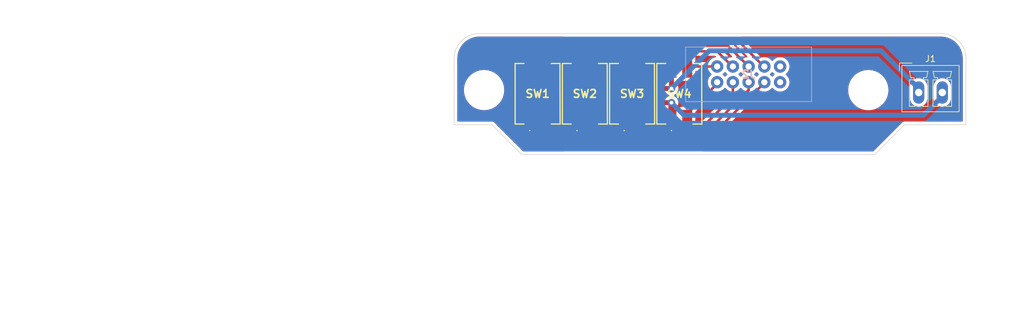
<source format=kicad_pcb>
(kicad_pcb (version 20211014) (generator pcbnew)
  (layers (0 "F.Cu" signal) (31 "B.Cu" signal) (34 "B.Paste" user) (35 "F.Paste" user) (36 "B.SilkS" user "B.Silkscreen") (37 "F.SilkS" user "F.Silkscreen") (38 "B.Mask" user) (39 "F.Mask" user) (44 "Edge.Cuts" user))
  (net 0 "")
  (net 1 "Net-(J2-Pad5)")
  (net 2 "Net-(J2-Pad7)")
  (net 5 "Net-(SW1-Pad1)")
  (net 6 "Net-(SW1-Pad4)")
  (net 7 "Net-(J2-Pad1)")
  (net 8 "Net-(J2-Pad2)")
  (net 9 "Net-(J2-Pad3)")
  (net 10 "Net-(J2-Pad4)")
  (net 11 "Net-(J2-Pad6)")
  (net 12 "Net-(J2-Pad8)")
  (footprint "MountingHole:MountingHole_3.5mm" (layer "F.Cu") (at 134.874 88.95975)
    (fp_text reference "REF**" hide)
    (fp_text value "MountingHole_3.5mm")
    (pad "" np_thru_hole circle (at 0 0) (size 0.001 0.001) (drill 3.5) (layers F&B.Cu *.Mask))
  )
  (footprint "Connector_Phoenix_MC:PhoenixContact_MCV_1,5_2-G-3.81_1x02_P3.81mm_Vertical" (layer "F.Cu") (at 204.978 89.34825)
    (fp_text reference "J1" (at 1.9 -5.45) (layer "F.SilkS"))
    (fp_text value "Conn_01x02")
    (fp_line (start 6.52 -4.36) (end -2.71 -4.36) (layer "F.SilkS") (width 0.12))
    (fp_line (start 2.31 2.25) (end 2.31 -2.05) (layer "F.SilkS") (width 0.12))
    (fp_line (start 1.5 2.25) (end 0.75 2.25) (layer "F.SilkS") (width 0.12))
    (fp_line (start 5.06 -2.4) (end 4.56 -2.4) (layer "F.SilkS") (width 0.12))
    (fp_line (start 0.75 -2.05) (end 1.5 -2.05) (layer "F.SilkS") (width 0.12))
    (fp_line (start -1.25 -2.4) (end -1.5 -3.4) (layer "F.SilkS") (width 0.12))
    (fp_line (start -2.71 3.11) (end 6.52 3.11) (layer "F.SilkS") (width 0.12))
    (fp_line (start -0.75 -2.05) (end -0.75 -2.4) (layer "F.SilkS") (width 0.12))
    (fp_line (start 5.31 2.25) (end 4.56 2.25) (layer "F.SilkS") (width 0.12))
    (fp_line (start -0.75 -2.4) (end -1.25 -2.4) (layer "F.SilkS") (width 0.12))
    (fp_line (start 5.31 -3.4) (end 5.06 -2.4) (layer "F.SilkS") (width 0.12))
    (fp_line (start 6.52 3.11) (end 6.52 -4.36) (layer "F.SilkS") (width 0.12))
    (fp_line (start 4.56 -2.05) (end 5.31 -2.05) (layer "F.SilkS") (width 0.12))
    (fp_line (start 3.06 -2.05) (end 3.06 -2.4) (layer "F.SilkS") (width 0.12))
    (fp_line (start -2.71 -4.36) (end -2.71 3.11) (layer "F.SilkS") (width 0.12))
    (fp_line (start 3.06 2.25) (end 2.31 2.25) (layer "F.SilkS") (width 0.12))
    (fp_line (start -3.1 -4.75) (end -1.1 -4.75) (layer "F.SilkS") (width 0.12))
    (fp_line (start -0.75 2.25) (end -1.5 2.25) (layer "F.SilkS") (width 0.12))
    (fp_line (start -1.5 -3.4) (end 1.5 -3.4) (layer "F.SilkS") (width 0.12))
    (fp_line (start -3.1 -3.5) (end -3.1 -4.75) (layer "F.SilkS") (width 0.12))
    (fp_line (start 2.31 -3.4) (end 5.31 -3.4) (layer "F.SilkS") (width 0.12))
    (fp_line (start 3.06 -2.4) (end 2.56 -2.4) (layer "F.SilkS") (width 0.12))
    (fp_line (start 1.5 -3.4) (end 1.25 -2.4) (layer "F.SilkS") (width 0.12))
    (fp_line (start 4.56 -2.4) (end 4.56 -2.05) (layer "F.SilkS") (width 0.12))
    (fp_line (start 1.5 -2.05) (end 1.5 2.25) (layer "F.SilkS") (width 0.12))
    (fp_line (start 0.75 -2.4) (end 0.75 -2.05) (layer "F.SilkS") (width 0.12))
    (fp_line (start -1.5 2.25) (end -1.5 -2.05) (layer "F.SilkS") (width 0.12))
    (fp_line (start -1.5 -2.05) (end -0.75 -2.05) (layer "F.SilkS") (width 0.12))
    (fp_line (start 2.56 -2.4) (end 2.31 -3.4) (layer "F.SilkS") (width 0.12))
    (fp_line (start 5.31 -2.05) (end 5.31 2.25) (layer "F.SilkS") (width 0.12))
    (fp_line (start 1.25 -2.4) (end 0.75 -2.4) (layer "F.SilkS") (width 0.12))
    (fp_line (start 2.31 -2.05) (end 3.06 -2.05) (layer "F.SilkS") (width 0.12))
    (fp_arc (start -0.75 2.25) (mid -0.000193 2.09191) (end 0.749647 2.249844) (layer "F.SilkS") (width 0.12))
    (fp_arc (start 3.06 2.25) (mid 3.809807 2.09191) (end 4.559647 2.249844) (layer "F.SilkS") (width 0.12))
    (pad "1" thru_hole oval (at 0 0) (size 1.8 3.6) (drill 1.2) (layers *.Cu *.Mask) (net 6 "Net-(SW1-Pad4)"))
    (pad "2" thru_hole oval (at 3.81 0) (size 1.8 3.6) (drill 1.2) (layers *.Cu *.Mask) (net 5 "Net-(SW1-Pad1)"))
  )
  (footprint "qds-cv-bypass:204211STR" (layer "F.Cu") (at 166.37 89.55425)
    (fp_text reference "SW4" (at 0 0) (layer "F.SilkS") (effects (font (size 1.27 1.27) (thickness 0.254))))
    (fp_text value "SW_DPST" hide)
    (fp_line (start 2.2 -4.89) (end 3.6 -4.89) (layer "F.SilkS") (width 0.2))
    (fp_line (start -3.63 4.89) (end -3.63 -4.89) (layer "F.SilkS") (width 0.2))
    (fp_line (start 3.63 4.89) (end 2.2 4.89) (layer "F.SilkS") (width 0.2))
    (fp_line (start -1.27 5.9) (end -1.27 5.9) (layer "F.SilkS") (width 0.1))
    (fp_line (start -3.63 -4.89) (end -2.2 -4.89) (layer "F.SilkS") (width 0.2))
    (fp_line (start -1.27 6) (end -1.27 6) (layer "F.SilkS") (width 0.1))
    (fp_line (start 3.6 -4.89) (end 3.63 4.89) (layer "F.SilkS") (width 0.2))
    (fp_line (start -2.2 4.89) (end -3.63 4.89) (layer "F.SilkS") (width 0.2))
    (fp_arc (start -1.27 5.9) (mid -1.22 5.95) (end -1.27 6) (layer "F.SilkS") (width 0.1))
    (fp_arc (start -1.27 6) (mid -1.32 5.95) (end -1.27 5.9) (layer "F.SilkS") (width 0.1))
    (pad "1" smd rect (at -1.27 4.3) (size 1.6 3.4) (layers "F.Cu" "F.Paste" "F.Mask") (net 5 "Net-(SW1-Pad1)"))
    (pad "2" smd rect (at 1.27 4.3) (size 1.6 3.4) (layers "F.Cu" "F.Paste" "F.Mask") (net 8 "Net-(J2-Pad2)"))
    (pad "3" smd rect (at 1.27 -4.3) (size 1.6 3.4) (layers "F.Cu" "F.Paste" "F.Mask") (net 7 "Net-(J2-Pad1)"))
    (pad "4" smd rect (at -1.27 -4.3) (size 1.6 3.4) (layers "F.Cu" "F.Paste" "F.Mask") (net 6 "Net-(SW1-Pad4)"))
  )
  (footprint "qds-cv-bypass:204211STR" (layer "F.Cu") (at 158.75 89.55425)
    (fp_text reference "SW3" (at 0 0) (layer "F.SilkS") (effects (font (size 1.27 1.27) (thickness 0.254))))
    (fp_text value "SW_DPST" hide)
    (fp_line (start 2.2 -4.89) (end 3.6 -4.89) (layer "F.SilkS") (width 0.2))
    (fp_line (start -1.27 6) (end -1.27 6) (layer "F.SilkS") (width 0.1))
    (fp_line (start -3.63 4.89) (end -3.63 -4.89) (layer "F.SilkS") (width 0.2))
    (fp_line (start -3.63 -4.89) (end -2.2 -4.89) (layer "F.SilkS") (width 0.2))
    (fp_line (start 3.63 4.89) (end 2.2 4.89) (layer "F.SilkS") (width 0.2))
    (fp_line (start -1.27 5.9) (end -1.27 5.9) (layer "F.SilkS") (width 0.1))
    (fp_line (start 3.6 -4.89) (end 3.63 4.89) (layer "F.SilkS") (width 0.2))
    (fp_line (start -2.2 4.89) (end -3.63 4.89) (layer "F.SilkS") (width 0.2))
    (fp_arc (start -1.27 5.9) (mid -1.22 5.95) (end -1.27 6) (layer "F.SilkS") (width 0.1))
    (fp_arc (start -1.27 6) (mid -1.32 5.95) (end -1.27 5.9) (layer "F.SilkS") (width 0.1))
    (pad "1" smd rect (at -1.27 4.3) (size 1.6 3.4) (layers "F.Cu" "F.Paste" "F.Mask") (net 5 "Net-(SW1-Pad1)"))
    (pad "2" smd rect (at 1.27 4.3) (size 1.6 3.4) (layers "F.Cu" "F.Paste" "F.Mask") (net 10 "Net-(J2-Pad4)"))
    (pad "3" smd rect (at 1.27 -4.3) (size 1.6 3.4) (layers "F.Cu" "F.Paste" "F.Mask") (net 9 "Net-(J2-Pad3)"))
    (pad "4" smd rect (at -1.27 -4.3) (size 1.6 3.4) (layers "F.Cu" "F.Paste" "F.Mask") (net 6 "Net-(SW1-Pad4)"))
  )
  (footprint "qds-cv-bypass:204211STR" (layer "F.Cu") (at 143.51 89.55425)
    (fp_text reference "SW1" (at 0 0) (layer "F.SilkS") (effects (font (size 1.27 1.27) (thickness 0.254))))
    (fp_text value "SW_DPST" hide)
    (fp_line (start -3.63 -4.89) (end -2.2 -4.89) (layer "F.SilkS") (width 0.2))
    (fp_line (start -1.27 5.9) (end -1.27 5.9) (layer "F.SilkS") (width 0.1))
    (fp_line (start -1.27 6) (end -1.27 6) (layer "F.SilkS") (width 0.1))
    (fp_line (start 2.2 -4.89) (end 3.6 -4.89) (layer "F.SilkS") (width 0.2))
    (fp_line (start 3.6 -4.89) (end 3.63 4.89) (layer "F.SilkS") (width 0.2))
    (fp_line (start -3.63 4.89) (end -3.63 -4.89) (layer "F.SilkS") (width 0.2))
    (fp_line (start -2.2 4.89) (end -3.63 4.89) (layer "F.SilkS") (width 0.2))
    (fp_line (start 3.63 4.89) (end 2.2 4.89) (layer "F.SilkS") (width 0.2))
    (fp_arc (start -1.27 6) (mid -1.32 5.95) (end -1.27 5.9) (layer "F.SilkS") (width 0.1))
    (fp_arc (start -1.27 5.9) (mid -1.22 5.95) (end -1.27 6) (layer "F.SilkS") (width 0.1))
    (pad "1" smd rect (at -1.27 4.3) (size 1.6 3.4) (layers "F.Cu" "F.Paste" "F.Mask") (net 5 "Net-(SW1-Pad1)"))
    (pad "2" smd rect (at 1.27 4.3) (size 1.6 3.4) (layers "F.Cu" "F.Paste" "F.Mask") (net 12 "Net-(J2-Pad8)"))
    (pad "3" smd rect (at 1.27 -4.3) (size 1.6 3.4) (layers "F.Cu" "F.Paste" "F.Mask") (net 2 "Net-(J2-Pad7)"))
    (pad "4" smd rect (at -1.27 -4.3) (size 1.6 3.4) (layers "F.Cu" "F.Paste" "F.Mask") (net 6 "Net-(SW1-Pad4)"))
  )
  (footprint "qds-cv-bypass:204211STR" (layer "F.Cu") (at 151.13 89.55425)
    (fp_text reference "SW2" (at 0 0) (layer "F.SilkS") (effects (font (size 1.27 1.27) (thickness 0.254))))
    (fp_text value "SW_DPST" hide)
    (fp_line (start -3.63 4.89) (end -3.63 -4.89) (layer "F.SilkS") (width 0.2))
    (fp_line (start -3.63 -4.89) (end -2.2 -4.89) (layer "F.SilkS") (width 0.2))
    (fp_line (start 3.63 4.89) (end 2.2 4.89) (layer "F.SilkS") (width 0.2))
    (fp_line (start -2.2 4.89) (end -3.63 4.89) (layer "F.SilkS") (width 0.2))
    (fp_line (start -1.27 5.9) (end -1.27 5.9) (layer "F.SilkS") (width 0.1))
    (fp_line (start 3.6 -4.89) (end 3.63 4.89) (layer "F.SilkS") (width 0.2))
    (fp_line (start -1.27 6) (end -1.27 6) (layer "F.SilkS") (width 0.1))
    (fp_line (start 2.2 -4.89) (end 3.6 -4.89) (layer "F.SilkS") (width 0.2))
    (fp_arc (start -1.27 5.9) (mid -1.22 5.95) (end -1.27 6) (layer "F.SilkS") (width 0.1))
    (fp_arc (start -1.27 6) (mid -1.32 5.95) (end -1.27 5.9) (layer "F.SilkS") (width 0.1))
    (pad "1" smd rect (at -1.27 4.3) (size 1.6 3.4) (layers "F.Cu" "F.Paste" "F.Mask") (net 5 "Net-(SW1-Pad1)"))
    (pad "2" smd rect (at 1.27 4.3) (size 1.6 3.4) (layers "F.Cu" "F.Paste" "F.Mask") (net 11 "Net-(J2-Pad6)"))
    (pad "3" smd rect (at 1.27 -4.3) (size 1.6 3.4) (layers "F.Cu" "F.Paste" "F.Mask") (net 1 "Net-(J2-Pad5)"))
    (pad "4" smd rect (at -1.27 -4.3) (size 1.6 3.4) (layers "F.Cu" "F.Paste" "F.Mask") (net 6 "Net-(SW1-Pad4)"))
  )
  (footprint "MountingHole:MountingHole_3.5mm" (layer "F.Cu") (at 196.85 88.95975)
    (fp_text reference "REF**" hide)
    (fp_text value "MountingHole_3.5mm")
    (pad "" np_thru_hole circle (at 0 0) (size 0.001 0.001) (drill 3.5) (layers F&B.Cu *.Mask))
  )
  (footprint "qds-cv-bypass:SBH11PBPCD05STBK" (layer "B.Cu") (at 172.466 85.14975)
    (fp_text reference "J2" (at 5.08 1.27) (layer "B.SilkS") (effects (font (size 1.27 1.27) (thickness 0.254)) (justify mirror)))
    (fp_text value "Conn_02x05_Odd_Even" hide)
    (fp_line (start 15.24 -3.13) (end -5.08 -3.13) (layer "B.SilkS") (width 0.1))
    (fp_line (start 15.24 5.67) (end 15.24 -3.13) (layer "B.SilkS") (width 0.1))
    (fp_line (start -5.08 5.67) (end 15.24 5.67) (layer "B.SilkS") (width 0.1))
    (fp_line (start -5.08 -3.13) (end -5.08 5.67) (layer "B.SilkS") (width 0.1))
    (pad "1" thru_hole circle (at 0 0) (size 2 2) (drill 1) (layers *.Cu *.Mask) (net 7 "Net-(J2-Pad1)"))
    (pad "2" thru_hole circle (at 0 2.54) (size 2 2) (drill 1) (layers *.Cu *.Mask) (net 8 "Net-(J2-Pad2)"))
    (pad "3" thru_hole circle (at 2.54 0) (size 2 2) (drill 1) (layers *.Cu *.Mask) (net 9 "Net-(J2-Pad3)"))
    (pad "4" thru_hole circle (at 2.54 2.54) (size 2 2) (drill 1) (layers *.Cu *.Mask) (net 10 "Net-(J2-Pad4)"))
    (pad "5" thru_hole circle (at 5.08 0) (size 2 2) (drill 1) (layers *.Cu *.Mask) (net 1 "Net-(J2-Pad5)"))
    (pad "6" thru_hole circle (at 5.08 2.54) (size 2 2) (drill 1) (layers *.Cu *.Mask) (net 11 "Net-(J2-Pad6)"))
    (pad "7" thru_hole circle (at 7.62 0) (size 2 2) (drill 1) (layers *.Cu *.Mask) (net 2 "Net-(J2-Pad7)"))
    (pad "8" thru_hole circle (at 7.62 2.54) (size 2 2) (drill 1) (layers *.Cu *.Mask) (net 12 "Net-(J2-Pad8)"))
    (pad "9" thru_hole circle (at 10.16 0) (size 2 2) (drill 1) (layers *.Cu *.Mask))
    (pad "10" thru_hole circle (at 10.16 2.54) (size 2 2) (drill 1) (layers *.Cu *.Mask))
  )
  (gr_arc (start 130.048 83.87975) (mid 131.238318 81.006068) (end 134.112 79.81575) (layer "Edge.Cuts") (width 0.1))
  (gr_line (start 140.97 99.37375) (end 136.144 94.54775) (layer "Edge.Cuts") (width 0.1))
  (gr_line (start 130.048 83.87975) (end 130.048 94.54775) (layer "Edge.Cuts") (width 0.1))
  (gr_line (start 212.598 94.54775) (end 212.598 83.87975) (layer "Edge.Cuts") (width 0.1))
  (gr_line (start 212.598 94.54775) (end 202.692 94.54775) (layer "Edge.Cuts") (width 0.1))
  (gr_line (start 208.534 79.81575) (end 134.112 79.81575) (layer "Edge.Cuts") (width 0.1))
  (gr_line (start 202.692 94.54775) (end 197.866 99.37375) (layer "Edge.Cuts") (width 0.1))
  (gr_line (start 136.144 94.54775) (end 130.048 94.54775) (layer "Edge.Cuts") (width 0.1))
  (gr_line (start 197.866 99.37375) (end 140.97 99.37375) (layer "Edge.Cuts") (width 0.1))
  (gr_arc (start 208.534 79.81575) (mid 211.407682 81.006068) (end 212.598 83.87975) (layer "Edge.Cuts") (width 0.1))
  (segment (start 152.4 85.25425) (end 152.4 84.38775) (width 0.4) (layer "F.Cu") (net 1))
  (segment (start 154.9915 81.79625) (end 174.1925 81.79625) (width 0.4) (layer "F.Cu") (net 1))
  (segment (start 174.1925 81.79625) (end 177.546 85.14975) (width 0.4) (layer "F.Cu") (net 1))
  (segment (start 177.546 85.14975) (end 177.546 85.23625) (width 0.4) (layer "F.Cu") (net 1))
  (segment (start 152.4 84.38775) (end 154.9915 81.79625) (width 0.4) (layer "F.Cu") (net 1))
  (segment (start 144.78 84.38775) (end 144.78 85.25425) (width 0.4) (layer "F.Cu") (net 2))
  (segment (start 180.086 85.23625) (end 175.746 80.89625) (width 0.4) (layer "F.Cu") (net 2))
  (segment (start 148.2715 80.89625) (end 144.78 84.38775) (width 0.4) (layer "F.Cu") (net 2))
  (segment (start 175.746 80.89625) (end 148.2715 80.89625) (width 0.4) (layer "F.Cu") (net 2))
  (segment (start 149.86 90.99175) (end 143.764 90.99175) (width 0.8) (layer "F.Cu") (net 5))
  (segment (start 143.764 90.99175) (end 142.24 92.51575) (width 0.8) (layer "F.Cu") (net 5))
  (segment (start 165.1 90.99175) (end 157.48 90.99175) (width 0.8) (layer "F.Cu") (net 5))
  (segment (start 165.1 90.99175) (end 165.1 93.85425) (width 1) (layer "F.Cu") (net 5))
  (segment (start 149.86 90.99175) (end 149.86 93.85425) (width 0.8) (layer "F.Cu") (net 5))
  (segment (start 157.48 90.99175) (end 157.48 93.85425) (width 0.8) (layer "F.Cu") (net 5))
  (segment (start 157.48 90.99175) (end 149.86 90.99175) (width 0.8) (layer "F.Cu") (net 5))
  (segment (start 142.24 92.51575) (end 142.24 93.85425) (width 0.8) (layer "F.Cu") (net 5))
  (via (at 165.1 90.99175) (size 1.2) (drill 0.6) (layers "F.Cu" "B.Cu") (net 5))
  (segment (start 208.788 89.97575) (end 205.74 93.02375) (width 0.8) (layer "B.Cu") (net 5))
  (segment (start 208.788 89.34825) (end 208.788 89.97575) (width 0.8) (layer "B.Cu") (net 5))
  (segment (start 165.1 90.99175) (end 167.132 93.02375) (width 0.8) (layer "B.Cu") (net 5))
  (segment (start 167.132 93.02375) (end 205.74 93.02375) (width 0.8) (layer "B.Cu") (net 5))
  (segment (start 157.226 88.70575) (end 157.48 88.45175) (width 0.8) (layer "F.Cu") (net 6))
  (segment (start 165.1 88.70575) (end 157.226 88.70575) (width 0.8) (layer "F.Cu") (net 6))
  (segment (start 149.86 88.70575) (end 143.9315 88.70575) (width 0.8) (layer "F.Cu") (net 6))
  (segment (start 143.9315 88.70575) (end 142.24 87.01425) (width 0.8) (layer "F.Cu") (net 6))
  (segment (start 165.1 88.70575) (end 165.1 85.25425) (width 0.8) (layer "F.Cu") (net 6))
  (segment (start 142.24 87.01425) (end 142.24 85.25425) (width 0.8) (layer "F.Cu") (net 6))
  (segment (start 157.226 88.70575) (end 149.86 88.70575) (width 0.8) (layer "F.Cu") (net 6))
  (segment (start 149.86 88.70575) (end 149.86 85.25425) (width 0.8) (layer "F.Cu") (net 6))
  (segment (start 157.48 88.45175) (end 157.48 85.25425) (width 0.8) (layer "F.Cu") (net 6))
  (via (at 165.1 88.70575) (size 1.2) (drill 0.6) (layers "F.Cu" "B.Cu") (net 6))
  (segment (start 171.196 82.60975) (end 165.1 88.70575) (width 0.8) (layer "B.Cu") (net 6))
  (segment (start 204.978 88.70575) (end 198.882 82.60975) (width 0.8) (layer "B.Cu") (net 6))
  (segment (start 204.978 89.34825) (end 204.978 88.70575) (width 0.8) (layer "B.Cu") (net 6))
  (segment (start 198.882 82.60975) (end 171.196 82.60975) (width 0.8) (layer "B.Cu") (net 6))
  (segment (start 167.7445 85.14975) (end 167.64 85.25425) (width 0.4) (layer "F.Cu") (net 7))
  (segment (start 172.466 85.14975) (end 167.7445 85.14975) (width 0.4) (layer "F.Cu") (net 7))
  (segment (start 172.466 87.94375) (end 167.64 92.76975) (width 0.4) (layer "F.Cu") (net 8))
  (segment (start 167.64 92.76975) (end 167.64 93.85425) (width 0.4) (layer "F.Cu") (net 8))
  (segment (start 172.466 87.18175) (end 172.466 87.94375) (width 0.4) (layer "F.Cu") (net 8))
  (segment (start 175.006 85.23625) (end 172.466 82.69625) (width 0.4) (layer "F.Cu") (net 9))
  (segment (start 160.02 84.38775) (end 160.02 85.25425) (width 0.4) (layer "F.Cu") (net 9))
  (segment (start 161.7115 82.69625) (end 160.02 84.38775) (width 0.4) (layer "F.Cu") (net 9))
  (segment (start 172.466 82.69625) (end 161.7115 82.69625) (width 0.4) (layer "F.Cu") (net 9))
  (segment (start 160.02 93.85425) (end 160.02 94.694) (width 0.4) (layer "F.Cu") (net 10))
  (segment (start 168.77975 96.25425) (end 175.006 90.028) (width 0.4) (layer "F.Cu") (net 10))
  (segment (start 175.006 90.028) (end 175.006 87.77625) (width 0.4) (layer "F.Cu") (net 10))
  (segment (start 161.58025 96.25425) (end 168.77975 96.25425) (width 0.4) (layer "F.Cu") (net 10))
  (segment (start 160.02 94.694) (end 161.58025 96.25425) (width 0.4) (layer "F.Cu") (net 10))
  (segment (start 169.3135 97.19225) (end 154.7905 97.19225) (width 0.4) (layer "F.Cu") (net 11))
  (segment (start 152.4 94.80175) (end 152.4 93.85425) (width 0.4) (layer "F.Cu") (net 11))
  (segment (start 177.546 87.77625) (end 177.546 88.95975) (width 0.4) (layer "F.Cu") (net 11))
  (segment (start 177.546 88.95975) (end 169.3135 97.19225) (width 0.4) (layer "F.Cu") (net 11))
  (segment (start 154.7905 97.19225) (end 152.4 94.80175) (width 0.4) (layer "F.Cu") (net 11))
  (segment (start 148.217125 98.09225) (end 169.77 98.09225) (width 0.4) (layer "F.Cu") (net 12))
  (segment (start 144.78 94.655125) (end 148.217125 98.09225) (width 0.4) (layer "F.Cu") (net 12))
  (segment (start 169.77 98.09225) (end 180.086 87.77625) (width 0.4) (layer "F.Cu") (net 12))
  (segment (start 144.78 93.85425) (end 144.78 94.655125) (width 0.4) (layer "F.Cu") (net 12))
  (zone (net 0) (net_name "") (layers F&B.Cu) (connect_pads (clearance 0.508)) (min_thickness 0.254) (fill yes (thermal_gap 0.508) (thermal_bridge_width 0.508))
    (polygon (pts (xy 214.82425 100.38975) (xy 129.22625 100.38975) (xy 129.22625 78.79975) (xy 214.82425 78.79975)))
  )
)
</source>
